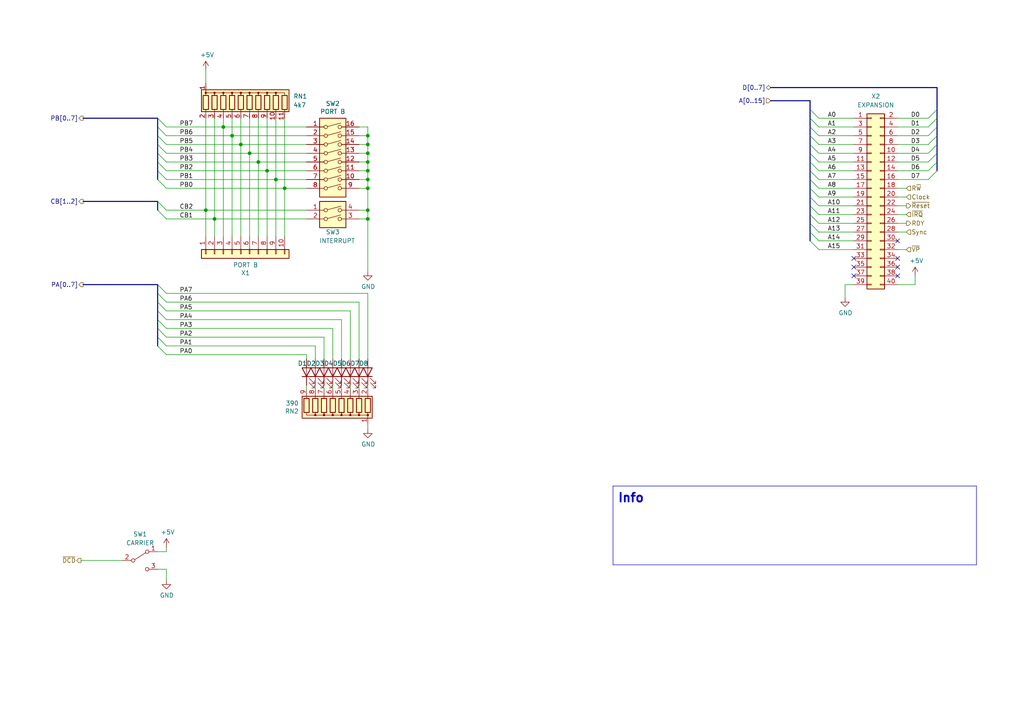
<source format=kicad_sch>
(kicad_sch (version 20231120) (generator "eeschema") (generator_version "8.0")
  (paper "A4")
  (title_block (title "I/O") (date "2024-10-06") (rev "1.0") (company "https://www.kampis-elektroecke.de") (comment 4 "Author: Ing. Daniel Kampert"))
  (lib_symbols
    (symbol "Connector_Generic:Conn_01x10" (pin_names (offset 1.016) hide)
      (property "Reference" "J" (at 0 12.7 0))
      (property "Value" "Conn_01x10" (at 0 -15.24 0))
      (symbol "Conn_01x10_1_1"
        (rectangle (start -1.27 -12.573) (end 0 -12.827) (stroke (width 0.1524)))
        (rectangle (start -1.27 -10.033) (end 0 -10.287) (stroke (width 0.1524)))
        (rectangle (start -1.27 -7.493) (end 0 -7.747) (stroke (width 0.1524)))
        (rectangle (start -1.27 -4.953) (end 0 -5.207) (stroke (width 0.1524)))
        (rectangle (start -1.27 -2.413) (end 0 -2.667) (stroke (width 0.1524)))
        (rectangle (start -1.27 0.127) (end 0 -0.127) (stroke (width 0.1524)))
        (rectangle (start -1.27 2.667) (end 0 2.413) (stroke (width 0.1524)))
        (rectangle (start -1.27 5.207) (end 0 4.953) (stroke (width 0.1524)))
        (rectangle (start -1.27 7.747) (end 0 7.493) (stroke (width 0.1524)))
        (rectangle (start -1.27 10.287) (end 0 10.033) (stroke (width 0.1524)))
        (rectangle (start -1.27 11.43) (end 1.27 -13.97) (stroke (width 0.254)) (fill (type background)))
        (pin passive line (at -5.08 10.16 0) (length 3.81) (name "Pin_1") (number "1"))
        (pin passive line (at -5.08 -12.7 0) (length 3.81) (name "Pin_10") (number "10"))
        (pin passive line (at -5.08 7.62 0) (length 3.81) (name "Pin_2") (number "2"))
        (pin passive line (at -5.08 5.08 0) (length 3.81) (name "Pin_3") (number "3"))
        (pin passive line (at -5.08 2.54 0) (length 3.81) (name "Pin_4") (number "4"))
        (pin passive line (at -5.08 0 0) (length 3.81) (name "Pin_5") (number "5"))
        (pin passive line (at -5.08 -2.54 0) (length 3.81) (name "Pin_6") (number "6"))
        (pin passive line (at -5.08 -5.08 0) (length 3.81) (name "Pin_7") (number "7"))
        (pin passive line (at -5.08 -7.62 0) (length 3.81) (name "Pin_8") (number "8"))
        (pin passive line (at -5.08 -10.16 0) (length 3.81) (name "Pin_9") (number "9"))
      )
    )
    (symbol "Connector_Generic:Conn_02x20_Odd_Even" (pin_names (offset 1.016) hide)
      (property "Reference" "J" (at 1.27 25.4 0))
      (property "Value" "Conn_02x20_Odd_Even" (at 1.27 -27.94 0))
      (symbol "Conn_02x20_Odd_Even_1_1"
        (rectangle (start -1.27 -25.273) (end 0 -25.527) (stroke (width 0.1524)))
        (rectangle (start -1.27 -22.733) (end 0 -22.987) (stroke (width 0.1524)))
        (rectangle (start -1.27 -20.193) (end 0 -20.447) (stroke (width 0.1524)))
        (rectangle (start -1.27 -17.653) (end 0 -17.907) (stroke (width 0.1524)))
        (rectangle (start -1.27 -15.113) (end 0 -15.367) (stroke (width 0.1524)))
        (rectangle (start -1.27 -12.573) (end 0 -12.827) (stroke (width 0.1524)))
        (rectangle (start -1.27 -10.033) (end 0 -10.287) (stroke (width 0.1524)))
        (rectangle (start -1.27 -7.493) (end 0 -7.747) (stroke (width 0.1524)))
        (rectangle (start -1.27 -4.953) (end 0 -5.207) (stroke (width 0.1524)))
        (rectangle (start -1.27 -2.413) (end 0 -2.667) (stroke (width 0.1524)))
        (rectangle (start -1.27 0.127) (end 0 -0.127) (stroke (width 0.1524)))
        (rectangle (start -1.27 2.667) (end 0 2.413) (stroke (width 0.1524)))
        (rectangle (start -1.27 5.207) (end 0 4.953) (stroke (width 0.1524)))
        (rectangle (start -1.27 7.747) (end 0 7.493) (stroke (width 0.1524)))
        (rectangle (start -1.27 10.287) (end 0 10.033) (stroke (width 0.1524)))
        (rectangle (start -1.27 12.827) (end 0 12.573) (stroke (width 0.1524)))
        (rectangle (start -1.27 15.367) (end 0 15.113) (stroke (width 0.1524)))
        (rectangle (start -1.27 17.907) (end 0 17.653) (stroke (width 0.1524)))
        (rectangle (start -1.27 20.447) (end 0 20.193) (stroke (width 0.1524)))
        (rectangle (start -1.27 22.987) (end 0 22.733) (stroke (width 0.1524)))
        (rectangle (start -1.27 24.13) (end 3.81 -26.67) (stroke (width 0.254)) (fill (type background)))
        (rectangle (start 3.81 -25.273) (end 2.54 -25.527) (stroke (width 0.1524)))
        (rectangle (start 3.81 -22.733) (end 2.54 -22.987) (stroke (width 0.1524)))
        (rectangle (start 3.81 -20.193) (end 2.54 -20.447) (stroke (width 0.1524)))
        (rectangle (start 3.81 -17.653) (end 2.54 -17.907) (stroke (width 0.1524)))
        (rectangle (start 3.81 -15.113) (end 2.54 -15.367) (stroke (width 0.1524)))
        (rectangle (start 3.81 -12.573) (end 2.54 -12.827) (stroke (width 0.1524)))
        (rectangle (start 3.81 -10.033) (end 2.54 -10.287) (stroke (width 0.1524)))
        (rectangle (start 3.81 -7.493) (end 2.54 -7.747) (stroke (width 0.1524)))
        (rectangle (start 3.81 -4.953) (end 2.54 -5.207) (stroke (width 0.1524)))
        (rectangle (start 3.81 -2.413) (end 2.54 -2.667) (stroke (width 0.1524)))
        (rectangle (start 3.81 0.127) (end 2.54 -0.127) (stroke (width 0.1524)))
        (rectangle (start 3.81 2.667) (end 2.54 2.413) (stroke (width 0.1524)))
        (rectangle (start 3.81 5.207) (end 2.54 4.953) (stroke (width 0.1524)))
        (rectangle (start 3.81 7.747) (end 2.54 7.493) (stroke (width 0.1524)))
        (rectangle (start 3.81 10.287) (end 2.54 10.033) (stroke (width 0.1524)))
        (rectangle (start 3.81 12.827) (end 2.54 12.573) (stroke (width 0.1524)))
        (rectangle (start 3.81 15.367) (end 2.54 15.113) (stroke (width 0.1524)))
        (rectangle (start 3.81 17.907) (end 2.54 17.653) (stroke (width 0.1524)))
        (rectangle (start 3.81 20.447) (end 2.54 20.193) (stroke (width 0.1524)))
        (rectangle (start 3.81 22.987) (end 2.54 22.733) (stroke (width 0.1524)))
        (pin passive line (at -5.08 22.86 0) (length 3.81) (name "Pin_1") (number "1"))
        (pin passive line (at 7.62 12.7 180) (length 3.81) (name "Pin_10") (number "10"))
        (pin passive line (at -5.08 10.16 0) (length 3.81) (name "Pin_11") (number "11"))
        (pin passive line (at 7.62 10.16 180) (length 3.81) (name "Pin_12") (number "12"))
        (pin passive line (at -5.08 7.62 0) (length 3.81) (name "Pin_13") (number "13"))
        (pin passive line (at 7.62 7.62 180) (length 3.81) (name "Pin_14") (number "14"))
        (pin passive line (at -5.08 5.08 0) (length 3.81) (name "Pin_15") (number "15"))
        (pin passive line (at 7.62 5.08 180) (length 3.81) (name "Pin_16") (number "16"))
        (pin passive line (at -5.08 2.54 0) (length 3.81) (name "Pin_17") (number "17"))
        (pin passive line (at 7.62 2.54 180) (length 3.81) (name "Pin_18") (number "18"))
        (pin passive line (at -5.08 0 0) (length 3.81) (name "Pin_19") (number "19"))
        (pin passive line (at 7.62 22.86 180) (length 3.81) (name "Pin_2") (number "2"))
        (pin passive line (at 7.62 0 180) (length 3.81) (name "Pin_20") (number "20"))
        (pin passive line (at -5.08 -2.54 0) (length 3.81) (name "Pin_21") (number "21"))
        (pin passive line (at 7.62 -2.54 180) (length 3.81) (name "Pin_22") (number "22"))
        (pin passive line (at -5.08 -5.08 0) (length 3.81) (name "Pin_23") (number "23"))
        (pin passive line (at 7.62 -5.08 180) (length 3.81) (name "Pin_24") (number "24"))
        (pin passive line (at -5.08 -7.62 0) (length 3.81) (name "Pin_25") (number "25"))
        (pin passive line (at 7.62 -7.62 180) (length 3.81) (name "Pin_26") (number "26"))
        (pin passive line (at -5.08 -10.16 0) (length 3.81) (name "Pin_27") (number "27"))
        (pin passive line (at 7.62 -10.16 180) (length 3.81) (name "Pin_28") (number "28"))
        (pin passive line (at -5.08 -12.7 0) (length 3.81) (name "Pin_29") (number "29"))
        (pin passive line (at -5.08 20.32 0) (length 3.81) (name "Pin_3") (number "3"))
        (pin passive line (at 7.62 -12.7 180) (length 3.81) (name "Pin_30") (number "30"))
        (pin passive line (at -5.08 -15.24 0) (length 3.81) (name "Pin_31") (number "31"))
        (pin passive line (at 7.62 -15.24 180) (length 3.81) (name "Pin_32") (number "32"))
        (pin passive line (at -5.08 -17.78 0) (length 3.81) (name "Pin_33") (number "33"))
        (pin passive line (at 7.62 -17.78 180) (length 3.81) (name "Pin_34") (number "34"))
        (pin passive line (at -5.08 -20.32 0) (length 3.81) (name "Pin_35") (number "35"))
        (pin passive line (at 7.62 -20.32 180) (length 3.81) (name "Pin_36") (number "36"))
        (pin passive line (at -5.08 -22.86 0) (length 3.81) (name "Pin_37") (number "37"))
        (pin passive line (at 7.62 -22.86 180) (length 3.81) (name "Pin_38") (number "38"))
        (pin passive line (at -5.08 -25.4 0) (length 3.81) (name "Pin_39") (number "39"))
        (pin passive line (at 7.62 20.32 180) (length 3.81) (name "Pin_4") (number "4"))
        (pin passive line (at 7.62 -25.4 180) (length 3.81) (name "Pin_40") (number "40"))
        (pin passive line (at -5.08 17.78 0) (length 3.81) (name "Pin_5") (number "5"))
        (pin passive line (at 7.62 17.78 180) (length 3.81) (name "Pin_6") (number "6"))
        (pin passive line (at -5.08 15.24 0) (length 3.81) (name "Pin_7") (number "7"))
        (pin passive line (at 7.62 15.24 180) (length 3.81) (name "Pin_8") (number "8"))
        (pin passive line (at -5.08 12.7 0) (length 3.81) (name "Pin_9") (number "9"))
      )
    )
    (symbol "Device:LED" (pin_numbers hide) (pin_names (offset 1.016) hide)
      (property "Reference" "D" (at 0 2.54 0))
      (property "Value" "LED" (at 0 -2.54 0))
      (symbol "LED_0_1"
        (polyline (pts (xy -1.27 -1.27) (xy -1.27 1.27)) (stroke (width 0.254)))
        (polyline (pts (xy -1.27 0) (xy 1.27 0)))
        (polyline (pts (xy 1.27 -1.27) (xy 1.27 1.27) (xy -1.27 0) (xy 1.27 -1.27)) (stroke (width 0.254)))
        (polyline (pts (xy -3.048 -0.762) (xy -4.572 -2.286) (xy -3.81 -2.286) (xy -4.572 -2.286) (xy -4.572 -1.524)))
        (polyline (pts (xy -1.778 -0.762) (xy -3.302 -2.286) (xy -2.54 -2.286) (xy -3.302 -2.286) (xy -3.302 -1.524)))
      )
      (symbol "LED_1_1"
        (pin passive line (at -3.81 0 0) (length 2.54) (name "K") (number "1"))
        (pin passive line (at 3.81 0 180) (length 2.54) (name "A") (number "2"))
      )
    )
    (symbol "Device:R_Network08" (pin_names (offset 0) hide)
      (property "Reference" "RN" (at -12.7 0 90))
      (property "Value" "R_Network08" (at 10.16 0 90))
      (symbol "R_Network08_0_1"
        (rectangle (start -11.43 -3.175) (end 8.89 3.175) (stroke (width 0.254)) (fill (type background)))
        (rectangle (start -10.922 1.524) (end -9.398 -2.54) (stroke (width 0.254)))
        (circle (center -10.16 2.286) (radius 0.254) (fill (type outline)))
        (rectangle (start -8.382 1.524) (end -6.858 -2.54) (stroke (width 0.254)))
        (circle (center -7.62 2.286) (radius 0.254) (fill (type outline)))
        (rectangle (start -5.842 1.524) (end -4.318 -2.54) (stroke (width 0.254)))
        (circle (center -5.08 2.286) (radius 0.254) (fill (type outline)))
        (rectangle (start -3.302 1.524) (end -1.778 -2.54) (stroke (width 0.254)))
        (circle (center -2.54 2.286) (radius 0.254) (fill (type outline)))
        (rectangle (start -0.762 1.524) (end 0.762 -2.54) (stroke (width 0.254)))
        (polyline (pts (xy -10.16 -2.54) (xy -10.16 -3.81)))
        (polyline (pts (xy -7.62 -2.54) (xy -7.62 -3.81)))
        (polyline (pts (xy -5.08 -2.54) (xy -5.08 -3.81)))
        (polyline (pts (xy -2.54 -2.54) (xy -2.54 -3.81)))
        (polyline (pts (xy 0 -2.54) (xy 0 -3.81)))
        (polyline (pts (xy 2.54 -2.54) (xy 2.54 -3.81)))
        (polyline (pts (xy 5.08 -2.54) (xy 5.08 -3.81)))
        (polyline (pts (xy 7.62 -2.54) (xy 7.62 -3.81)))
        (polyline (pts (xy -10.16 1.524) (xy -10.16 2.286) (xy -7.62 2.286) (xy -7.62 1.524)))
        (polyline (pts (xy -7.62 1.524) (xy -7.62 2.286) (xy -5.08 2.286) (xy -5.08 1.524)))
        (polyline (pts (xy -5.08 1.524) (xy -5.08 2.286) (xy -2.54 2.286) (xy -2.54 1.524)))
        (polyline (pts (xy -2.54 1.524) (xy -2.54 2.286) (xy 0 2.286) (xy 0 1.524)))
        (polyline (pts (xy 0 1.524) (xy 0 2.286) (xy 2.54 2.286) (xy 2.54 1.524)))
        (polyline (pts (xy 2.54 1.524) (xy 2.54 2.286) (xy 5.08 2.286) (xy 5.08 1.524)))
        (polyline (pts (xy 5.08 1.524) (xy 5.08 2.286) (xy 7.62 2.286) (xy 7.62 1.524)))
        (circle (center 0 2.286) (radius 0.254) (fill (type outline)))
        (rectangle (start 1.778 1.524) (end 3.302 -2.54) (stroke (width 0.254)))
        (circle (center 2.54 2.286) (radius 0.254) (fill (type outline)))
        (rectangle (start 4.318 1.524) (end 5.842 -2.54) (stroke (width 0.254)))
        (circle (center 5.08 2.286) (radius 0.254) (fill (type outline)))
        (rectangle (start 6.858 1.524) (end 8.382 -2.54) (stroke (width 0.254)))
      )
      (symbol "R_Network08_1_1"
        (pin passive line (at -10.16 5.08 270) (length 2.54) (name "common") (number "1"))
        (pin passive line (at -10.16 -5.08 90) (length 1.27) (name "R1") (number "2"))
        (pin passive line (at -7.62 -5.08 90) (length 1.27) (name "R2") (number "3"))
        (pin passive line (at -5.08 -5.08 90) (length 1.27) (name "R3") (number "4"))
        (pin passive line (at -2.54 -5.08 90) (length 1.27) (name "R4") (number "5"))
        (pin passive line (at 0 -5.08 90) (length 1.27) (name "R5") (number "6"))
        (pin passive line (at 2.54 -5.08 90) (length 1.27) (name "R6") (number "7"))
        (pin passive line (at 5.08 -5.08 90) (length 1.27) (name "R7") (number "8"))
        (pin passive line (at 7.62 -5.08 90) (length 1.27) (name "R8") (number "9"))
      )
    )
    (symbol "Device:R_Network10" (pin_names (offset 0) hide)
      (property "Reference" "RN" (at -15.24 0 90))
      (property "Value" "R_Network10" (at 12.7 0 90))
      (symbol "R_Network10_0_1"
        (rectangle (start -13.97 -3.175) (end 11.43 3.175) (stroke (width 0.254)) (fill (type background)))
        (rectangle (start -13.462 1.524) (end -11.938 -2.54) (stroke (width 0.254)))
        (circle (center -12.7 2.286) (radius 0.254) (fill (type outline)))
        (rectangle (start -10.922 1.524) (end -9.398 -2.54) (stroke (width 0.254)))
        (circle (center -10.16 2.286) (radius 0.254) (fill (type outline)))
        (rectangle (start -8.382 1.524) (end -6.858 -2.54) (stroke (width 0.254)))
        (circle (center -7.62 2.286) (radius 0.254) (fill (type outline)))
        (rectangle (start -5.842 1.524) (end -4.318 -2.54) (stroke (width 0.254)))
        (circle (center -5.08 2.286) (radius 0.254) (fill (type outline)))
        (rectangle (start -3.302 1.524) (end -1.778 -2.54) (stroke (width 0.254)))
        (circle (center -2.54 2.286) (radius 0.254) (fill (type outline)))
        (rectangle (start -0.762 1.524) (end 0.762 -2.54) (stroke (width 0.254)))
        (polyline (pts (xy -12.7 -2.54) (xy -12.7 -3.81)))
        (polyline (pts (xy -10.16 -2.54) (xy -10.16 -3.81)))
        (polyline (pts (xy -7.62 -2.54) (xy -7.62 -3.81)))
        (polyline (pts (xy -5.08 -2.54) (xy -5.08 -3.81)))
        (polyline (pts (xy -2.54 -2.54) (xy -2.54 -3.81)))
        (polyline (pts (xy 0 -2.54) (xy 0 -3.81)))
        (polyline (pts (xy 2.54 -2.54) (xy 2.54 -3.81)))
        (polyline (pts (xy 5.08 -2.54) (xy 5.08 -3.81)))
        (polyline (pts (xy 7.62 -2.54) (xy 7.62 -3.81)))
        (polyline (pts (xy 10.16 -2.54) (xy 10.16 -3.81)))
        (polyline (pts (xy -12.7 1.524) (xy -12.7 2.286) (xy -10.16 2.286) (xy -10.16 1.524)))
        (polyline (pts (xy -10.16 1.524) (xy -10.16 2.286) (xy -7.62 2.286) (xy -7.62 1.524)))
        (polyline (pts (xy -7.62 1.524) (xy -7.62 2.286) (xy -5.08 2.286) (xy -5.08 1.524)))
        (polyline (pts (xy -5.08 1.524) (xy -5.08 2.286) (xy -2.54 2.286) (xy -2.54 1.524)))
        (polyline (pts (xy -2.54 1.524) (xy -2.54 2.286) (xy 0 2.286) (xy 0 1.524)))
        (polyline (pts (xy 0 1.524) (xy 0 2.286) (xy 2.54 2.286) (xy 2.54 1.524)))
        (polyline (pts (xy 2.54 1.524) (xy 2.54 2.286) (xy 5.08 2.286) (xy 5.08 1.524)))
        (polyline (pts (xy 5.08 1.524) (xy 5.08 2.286) (xy 7.62 2.286) (xy 7.62 1.524)))
        (polyline (pts (xy 7.62 1.524) (xy 7.62 2.286) (xy 10.16 2.286) (xy 10.16 1.524)))
        (circle (center 0 2.286) (radius 0.254) (fill (type outline)))
        (rectangle (start 1.778 1.524) (end 3.302 -2.54) (stroke (width 0.254)))
        (circle (center 2.54 2.286) (radius 0.254) (fill (type outline)))
        (rectangle (start 4.318 1.524) (end 5.842 -2.54) (stroke (width 0.254)))
        (circle (center 5.08 2.286) (radius 0.254) (fill (type outline)))
        (rectangle (start 6.858 1.524) (end 8.382 -2.54) (stroke (width 0.254)))
        (circle (center 7.62 2.286) (radius 0.254) (fill (type outline)))
        (rectangle (start 9.398 1.524) (end 10.922 -2.54) (stroke (width 0.254)))
      )
      (symbol "R_Network10_1_1"
        (pin passive line (at -12.7 5.08 270) (length 2.54) (name "common") (number "1"))
        (pin passive line (at 7.62 -5.08 90) (length 1.27) (name "R9") (number "10"))
        (pin passive line (at 10.16 -5.08 90) (length 1.27) (name "R10") (number "11"))
        (pin passive line (at -12.7 -5.08 90) (length 1.27) (name "R1") (number "2"))
        (pin passive line (at -10.16 -5.08 90) (length 1.27) (name "R2") (number "3"))
        (pin passive line (at -7.62 -5.08 90) (length 1.27) (name "R3") (number "4"))
        (pin passive line (at -5.08 -5.08 90) (length 1.27) (name "R4") (number "5"))
        (pin passive line (at -2.54 -5.08 90) (length 1.27) (name "R5") (number "6"))
        (pin passive line (at 0 -5.08 90) (length 1.27) (name "R6") (number "7"))
        (pin passive line (at 2.54 -5.08 90) (length 1.27) (name "R7") (number "8"))
        (pin passive line (at 5.08 -5.08 90) (length 1.27) (name "R8") (number "9"))
      )
    )
    (symbol "Switch:SW_DIP_x02" (pin_names (offset 0) hide)
      (property "Reference" "SW" (at 0 6.35 0))
      (property "Value" "SW_DIP_x02" (at 0 -3.81 0))
      (symbol "SW_DIP_x02_0_0"
        (circle (center -2.032 0) (radius 0.508))
        (circle (center -2.032 2.54) (radius 0.508))
        (polyline (pts (xy -1.524 0.127) (xy 2.3622 1.1684)))
        (polyline (pts (xy -1.524 2.667) (xy 2.3622 3.7084)))
        (circle (center 2.032 0) (radius 0.508))
        (circle (center 2.032 2.54) (radius 0.508))
      )
      (symbol "SW_DIP_x02_0_1"
        (rectangle (start -3.81 5.08) (end 3.81 -2.54) (stroke (width 0.254)) (fill (type background)))
      )
      (symbol "SW_DIP_x02_1_1"
        (pin passive line (at -7.62 2.54 0) (length 5.08) (name "~") (number "1"))
        (pin passive line (at -7.62 0 0) (length 5.08) (name "~") (number "2"))
        (pin passive line (at 7.62 0 180) (length 5.08) (name "~") (number "3"))
        (pin passive line (at 7.62 2.54 180) (length 5.08) (name "~") (number "4"))
      )
    )
    (symbol "Switch:SW_DIP_x08" (pin_names (offset 0) hide)
      (property "Reference" "SW" (at 0 13.97 0))
      (property "Value" "SW_DIP_x08" (at 0 -11.43 0))
      (symbol "SW_DIP_x08_0_0"
        (circle (center -2.032 -7.62) (radius 0.508))
        (circle (center -2.032 -5.08) (radius 0.508))
        (circle (center -2.032 -2.54) (radius 0.508))
        (circle (center -2.032 0) (radius 0.508))
        (circle (center -2.032 2.54) (radius 0.508))
        (circle (center -2.032 5.08) (radius 0.508))
        (circle (center -2.032 7.62) (radius 0.508))
        (circle (center -2.032 10.16) (radius 0.508))
        (polyline (pts (xy -1.524 -7.4676) (xy 2.3622 -6.4262)))
        (polyline (pts (xy -1.524 -4.9276) (xy 2.3622 -3.8862)))
        (polyline (pts (xy -1.524 -2.3876) (xy 2.3622 -1.3462)))
        (polyline (pts (xy -1.524 0.127) (xy 2.3622 1.1684)))
        (polyline (pts (xy -1.524 2.667) (xy 2.3622 3.7084)))
        (polyline (pts (xy -1.524 5.207) (xy 2.3622 6.2484)))
        (polyline (pts (xy -1.524 7.747) (xy 2.3622 8.7884)))
        (polyline (pts (xy -1.524 10.287) (xy 2.3622 11.3284)))
        (circle (center 2.032 -7.62) (radius 0.508))
        (circle (center 2.032 -5.08) (radius 0.508))
        (circle (center 2.032 -2.54) (radius 0.508))
        (circle (center 2.032 0) (radius 0.508))
        (circle (center 2.032 2.54) (radius 0.508))
        (circle (center 2.032 5.08) (radius 0.508))
        (circle (center 2.032 7.62) (radius 0.508))
        (circle (center 2.032 10.16) (radius 0.508))
      )
      (symbol "SW_DIP_x08_0_1"
        (rectangle (start -3.81 12.7) (end 3.81 -10.16) (stroke (width 0.254)) (fill (type background)))
      )
      (symbol "SW_DIP_x08_1_1"
        (pin passive line (at -7.62 10.16 0) (length 5.08) (name "~") (number "1"))
        (pin passive line (at 7.62 -5.08 180) (length 5.08) (name "~") (number "10"))
        (pin passive line (at 7.62 -2.54 180) (length 5.08) (name "~") (number "11"))
        (pin passive line (at 7.62 0 180) (length 5.08) (name "~") (number "12"))
        (pin passive line (at 7.62 2.54 180) (length 5.08) (name "~") (number "13"))
        (pin passive line (at 7.62 5.08 180) (length 5.08) (name "~") (number "14"))
        (pin passive line (at 7.62 7.62 180) (length 5.08) (name "~") (number "15"))
        (pin passive line (at 7.62 10.16 180) (length 5.08) (name "~") (number "16"))
        (pin passive line (at -7.62 7.62 0) (length 5.08) (name "~") (number "2"))
        (pin passive line (at -7.62 5.08 0) (length 5.08) (name "~") (number "3"))
        (pin passive line (at -7.62 2.54 0) (length 5.08) (name "~") (number "4"))
        (pin passive line (at -7.62 0 0) (length 5.08) (name "~") (number "5"))
        (pin passive line (at -7.62 -2.54 0) (length 5.08) (name "~") (number "6"))
        (pin passive line (at -7.62 -5.08 0) (length 5.08) (name "~") (number "7"))
        (pin passive line (at -7.62 -7.62 0) (length 5.08) (name "~") (number "8"))
        (pin passive line (at 7.62 -7.62 180) (length 5.08) (name "~") (number "9"))
      )
    )
    (symbol "Switch:SW_SPDT" (pin_names (offset 0) hide)
      (property "Reference" "SW" (at 0 4.318 0))
      (property "Value" "SW_SPDT" (at 0 -5.08 0))
      (symbol "SW_SPDT_0_0"
        (circle (center -2.032 0) (radius 0.508))
        (circle (center 2.032 -2.54) (radius 0.508))
      )
      (symbol "SW_SPDT_0_1"
        (polyline (pts (xy -1.524 0.254) (xy 1.651 2.286)))
        (circle (center 2.032 2.54) (radius 0.508))
      )
      (symbol "SW_SPDT_1_1"
        (pin passive line (at 5.08 2.54 180) (length 2.54) (name "A") (number "1"))
        (pin passive line (at -5.08 0 0) (length 2.54) (name "B") (number "2"))
        (pin passive line (at 5.08 -2.54 180) (length 2.54) (name "C") (number "3"))
      )
    )
    (symbol "power:+5V" (power) (pin_names (offset 0))
      (property "Value" "+5V" (at 0 3.556 0))
      (symbol "+5V_0_1"
        (polyline (pts (xy -0.762 1.27) (xy 0 2.54)))
        (polyline (pts (xy 0 0) (xy 0 2.54)))
        (polyline (pts (xy 0 2.54) (xy 0.762 1.27)))
      )
      (symbol "+5V_1_1"
        (pin power_in line (at 0 0 90) (length 0) hide (name "+5V") (number "1"))
      )
    )
    (symbol "power:GND" (power) (pin_names (offset 0))
      (property "Value" "GND" (at 0 -3.81 0))
      (symbol "GND_0_1"
        (polyline (pts (xy 0 0) (xy 0 -1.27) (xy 1.27 -1.27) (xy 0 -2.54) (xy -1.27 -1.27) (xy 0 -1.27)))
      )
      (symbol "GND_1_1"
        (pin power_in line (at 0 0 270) (length 0) hide (name "GND") (number "1"))
      )
    )
  )
  (junction (at 106.68 60.96))
  (junction (at 67.31 39.37))
  (junction (at 106.68 52.07))
  (junction (at 59.69 60.96))
  (junction (at 77.47 49.53))
  (junction (at 82.55 54.61))
  (junction (at 106.68 44.45))
  (junction (at 64.77 36.83))
  (junction (at 106.68 54.61))
  (junction (at 106.68 41.91))
  (junction (at 72.39 44.45))
  (junction (at 62.23 63.5))
  (junction (at 106.68 49.53))
  (junction (at 106.68 39.37))
  (junction (at 106.68 46.99))
  (junction (at 69.85 41.91))
  (junction (at 74.93 46.99))
  (junction (at 106.68 63.5))
  (junction (at 80.01 52.07))
  (no_connect (at 247.65 74.93))
  (no_connect (at 260.35 74.93))
  (no_connect (at 260.35 69.85))
  (no_connect (at 260.35 80.01))
  (no_connect (at 247.65 77.47))
  (no_connect (at 247.65 80.01))
  (no_connect (at 260.35 77.47))
  (bus_entry (at 271.78 36.83) (size -2.54 2.54))
  (bus_entry (at 48.26 102.87) (size -2.54 -2.54))
  (bus_entry (at 48.26 36.83) (size -2.54 -2.54))
  (bus_entry (at 237.49 69.85) (size -2.54 -2.54))
  (bus_entry (at 271.78 44.45) (size -2.54 2.54))
  (bus_entry (at 237.49 49.53) (size -2.54 -2.54))
  (bus_entry (at 48.26 90.17) (size -2.54 -2.54))
  (bus_entry (at 237.49 52.07) (size -2.54 -2.54))
  (bus_entry (at 271.78 46.99) (size -2.54 2.54))
  (bus_entry (at 237.49 34.29) (size -2.54 -2.54))
  (bus_entry (at 237.49 59.69) (size -2.54 -2.54))
  (bus_entry (at 237.49 54.61) (size -2.54 -2.54))
  (bus_entry (at 237.49 57.15) (size -2.54 -2.54))
  (bus_entry (at 234.95 64.77) (size 2.54 2.54))
  (bus_entry (at 237.49 64.77) (size -2.54 -2.54))
  (bus_entry (at 237.49 44.45) (size -2.54 -2.54))
  (bus_entry (at 48.26 46.99) (size -2.54 -2.54))
  (bus_entry (at 271.78 49.53) (size -2.54 2.54))
  (bus_entry (at 237.49 36.83) (size -2.54 -2.54))
  (bus_entry (at 237.49 72.39) (size -2.54 -2.54))
  (bus_entry (at 237.49 41.91) (size -2.54 -2.54))
  (bus_entry (at 48.26 49.53) (size -2.54 -2.54))
  (bus_entry (at 48.26 97.79) (size -2.54 -2.54))
  (bus_entry (at 234.95 59.69) (size 2.54 2.54))
  (bus_entry (at 271.78 31.75) (size -2.54 2.54))
  (bus_entry (at 48.26 85.09) (size -2.54 -2.54))
  (bus_entry (at 237.49 39.37) (size -2.54 -2.54))
  (bus_entry (at 48.26 39.37) (size -2.54 -2.54))
  (bus_entry (at 48.26 92.71) (size -2.54 -2.54))
  (bus_entry (at 237.49 46.99) (size -2.54 -2.54))
  (bus_entry (at 48.26 52.07) (size -2.54 -2.54))
  (bus_entry (at 271.78 39.37) (size -2.54 2.54))
  (bus_entry (at 48.26 87.63) (size -2.54 -2.54))
  (bus_entry (at 48.26 41.91) (size -2.54 -2.54))
  (bus_entry (at 48.26 44.45) (size -2.54 -2.54))
  (bus_entry (at 48.26 60.96) (size -2.54 -2.54))
  (bus_entry (at 48.26 95.25) (size -2.54 -2.54))
  (bus_entry (at 48.26 54.61) (size -2.54 -2.54))
  (bus_entry (at 271.78 34.29) (size -2.54 2.54))
  (bus_entry (at 45.72 60.96) (size 2.54 2.54))
  (bus_entry (at 271.78 41.91) (size -2.54 2.54))
  (bus_entry (at 48.26 100.33) (size -2.54 -2.54))
  (wire (pts (xy 96.52 113.03) (xy 96.52 111.76)))
  (bus (pts (xy 234.95 39.37) (xy 234.95 41.91)))
  (wire (pts (xy 262.89 59.69) (xy 260.35 59.69)))
  (wire (pts (xy 48.26 39.37) (xy 67.31 39.37)))
  (wire (pts (xy 106.68 36.83) (xy 106.68 39.37)))
  (wire (pts (xy 260.35 41.91) (xy 269.24 41.91)))
  (wire (pts (xy 91.44 104.14) (xy 91.44 100.33)))
  (bus (pts (xy 234.95 34.29) (xy 234.95 36.83)))
  (wire (pts (xy 69.85 34.29) (xy 69.85 41.91)))
  (bus (pts (xy 45.72 58.42) (xy 24.13 58.42)))
  (wire (pts (xy 35.56 162.56) (xy 23.495 162.56)))
  (wire (pts (xy 48.26 100.33) (xy 91.44 100.33)))
  (wire (pts (xy 48.26 44.45) (xy 72.39 44.45)))
  (wire (pts (xy 48.26 60.96) (xy 59.69 60.96)))
  (wire (pts (xy 48.26 49.53) (xy 77.47 49.53)))
  (bus (pts (xy 271.78 41.91) (xy 271.78 44.45)))
  (bus (pts (xy 45.72 87.63) (xy 45.72 90.17)))
  (wire (pts (xy 80.01 52.07) (xy 88.9 52.07)))
  (wire (pts (xy 69.85 41.91) (xy 88.9 41.91)))
  (bus (pts (xy 45.72 85.09) (xy 45.72 87.63)))
  (wire (pts (xy 48.26 54.61) (xy 82.55 54.61)))
  (wire (pts (xy 247.65 82.55) (xy 245.11 82.55)))
  (bus (pts (xy 45.72 46.99) (xy 45.72 49.53)))
  (wire (pts (xy 237.49 44.45) (xy 247.65 44.45)))
  (wire (pts (xy 45.72 160.02) (xy 48.26 160.02)))
  (wire (pts (xy 91.44 113.03) (xy 91.44 111.76)))
  (wire (pts (xy 260.35 34.29) (xy 269.24 34.29)))
  (wire (pts (xy 59.69 60.96) (xy 88.9 60.96)))
  (wire (pts (xy 260.35 44.45) (xy 269.24 44.45)))
  (wire (pts (xy 265.43 80.01) (xy 265.43 82.55)))
  (wire (pts (xy 245.11 86.36) (xy 245.11 82.55)))
  (wire (pts (xy 104.14 60.96) (xy 106.68 60.96)))
  (bus (pts (xy 45.72 95.25) (xy 45.72 97.79)))
  (wire (pts (xy 62.23 63.5) (xy 62.23 68.58)))
  (wire (pts (xy 106.68 78.74) (xy 106.68 63.5)))
  (wire (pts (xy 59.69 20.32) (xy 59.69 24.13)))
  (polyline (pts (xy 177.8 140.97) (xy 177.8 163.83)))
  (bus (pts (xy 223.52 25.4) (xy 271.78 25.4)))
  (wire (pts (xy 106.68 113.03) (xy 106.68 111.76)))
  (wire (pts (xy 48.26 46.99) (xy 74.93 46.99)))
  (wire (pts (xy 260.35 36.83) (xy 269.24 36.83)))
  (wire (pts (xy 62.23 34.29) (xy 62.23 63.5)))
  (bus (pts (xy 271.78 44.45) (xy 271.78 46.99)))
  (wire (pts (xy 237.49 62.23) (xy 247.65 62.23)))
  (bus (pts (xy 234.95 31.75) (xy 234.95 34.29)))
  (wire (pts (xy 104.14 46.99) (xy 106.68 46.99)))
  (bus (pts (xy 45.72 39.37) (xy 45.72 41.91)))
  (wire (pts (xy 82.55 34.29) (xy 82.55 54.61)))
  (wire (pts (xy 82.55 54.61) (xy 82.55 68.58)))
  (wire (pts (xy 64.77 36.83) (xy 88.9 36.83)))
  (bus (pts (xy 45.72 82.55) (xy 45.72 85.09)))
  (wire (pts (xy 237.49 57.15) (xy 247.65 57.15)))
  (bus (pts (xy 271.78 39.37) (xy 271.78 41.91)))
  (wire (pts (xy 82.55 54.61) (xy 88.9 54.61)))
  (wire (pts (xy 101.6 113.03) (xy 101.6 111.76)))
  (wire (pts (xy 104.14 44.45) (xy 106.68 44.45)))
  (bus (pts (xy 45.72 44.45) (xy 45.72 46.99)))
  (wire (pts (xy 106.68 52.07) (xy 106.68 49.53)))
  (wire (pts (xy 67.31 34.29) (xy 67.31 39.37)))
  (wire (pts (xy 74.93 34.29) (xy 74.93 46.99)))
  (wire (pts (xy 260.35 82.55) (xy 265.43 82.55)))
  (wire (pts (xy 67.31 39.37) (xy 67.31 68.58)))
  (wire (pts (xy 237.49 52.07) (xy 247.65 52.07)))
  (wire (pts (xy 260.35 39.37) (xy 269.24 39.37)))
  (wire (pts (xy 262.89 72.39) (xy 260.35 72.39)))
  (wire (pts (xy 64.77 34.29) (xy 64.77 36.83)))
  (wire (pts (xy 48.26 160.02) (xy 48.26 158.75)))
  (wire (pts (xy 106.68 44.45) (xy 106.68 41.91)))
  (wire (pts (xy 104.14 41.91) (xy 106.68 41.91)))
  (wire (pts (xy 237.49 41.91) (xy 247.65 41.91)))
  (wire (pts (xy 48.26 85.09) (xy 106.68 85.09)))
  (wire (pts (xy 237.49 39.37) (xy 247.65 39.37)))
  (wire (pts (xy 104.14 54.61) (xy 106.68 54.61)))
  (wire (pts (xy 104.14 52.07) (xy 106.68 52.07)))
  (wire (pts (xy 237.49 59.69) (xy 247.65 59.69)))
  (bus (pts (xy 234.95 62.23) (xy 234.95 64.77)))
  (bus (pts (xy 234.95 46.99) (xy 234.95 49.53)))
  (wire (pts (xy 74.93 46.99) (xy 88.9 46.99)))
  (wire (pts (xy 48.26 90.17) (xy 101.6 90.17)))
  (bus (pts (xy 45.72 41.91) (xy 45.72 44.45)))
  (wire (pts (xy 48.26 102.87) (xy 88.9 102.87)))
  (bus (pts (xy 271.78 25.4) (xy 271.78 31.75)))
  (wire (pts (xy 59.69 34.29) (xy 59.69 60.96)))
  (wire (pts (xy 59.69 68.58) (xy 59.69 60.96)))
  (wire (pts (xy 69.85 68.58) (xy 69.85 41.91)))
  (wire (pts (xy 80.01 34.29) (xy 80.01 52.07)))
  (wire (pts (xy 77.47 49.53) (xy 77.47 34.29)))
  (wire (pts (xy 93.98 104.14) (xy 93.98 97.79)))
  (wire (pts (xy 106.68 39.37) (xy 104.14 39.37)))
  (wire (pts (xy 104.14 63.5) (xy 106.68 63.5)))
  (bus (pts (xy 45.72 97.79) (xy 45.72 100.33)))
  (bus (pts (xy 234.95 54.61) (xy 234.95 57.15)))
  (wire (pts (xy 96.52 104.14) (xy 96.52 95.25)))
  (wire (pts (xy 106.68 54.61) (xy 106.68 52.07)))
  (wire (pts (xy 237.49 54.61) (xy 247.65 54.61)))
  (bus (pts (xy 45.72 36.83) (xy 45.72 39.37)))
  (wire (pts (xy 48.26 87.63) (xy 104.14 87.63)))
  (wire (pts (xy 48.26 41.91) (xy 69.85 41.91)))
  (bus (pts (xy 24.13 82.55) (xy 45.72 82.55)))
  (wire (pts (xy 237.49 64.77) (xy 247.65 64.77)))
  (wire (pts (xy 45.72 165.1) (xy 48.26 165.1)))
  (polyline (pts (xy 283.21 140.97) (xy 177.8 140.97)))
  (bus (pts (xy 234.95 67.31) (xy 234.95 69.85)))
  (wire (pts (xy 106.68 60.96) (xy 106.68 54.61)))
  (wire (pts (xy 260.35 46.99) (xy 269.24 46.99)))
  (wire (pts (xy 104.14 36.83) (xy 106.68 36.83)))
  (wire (pts (xy 262.89 57.15) (xy 260.35 57.15)))
  (wire (pts (xy 104.14 113.03) (xy 104.14 111.76)))
  (wire (pts (xy 80.01 52.07) (xy 80.01 68.58)))
  (bus (pts (xy 271.78 31.75) (xy 271.78 34.29)))
  (bus (pts (xy 45.72 49.53) (xy 45.72 52.07)))
  (wire (pts (xy 48.26 92.71) (xy 99.06 92.71)))
  (wire (pts (xy 237.49 49.53) (xy 247.65 49.53)))
  (bus (pts (xy 234.95 49.53) (xy 234.95 52.07)))
  (wire (pts (xy 48.26 95.25) (xy 96.52 95.25)))
  (polyline (pts (xy 283.21 163.83) (xy 283.21 140.97)))
  (bus (pts (xy 234.95 44.45) (xy 234.95 46.99)))
  (wire (pts (xy 106.68 49.53) (xy 106.68 46.99)))
  (wire (pts (xy 88.9 102.87) (xy 88.9 104.14)))
  (bus (pts (xy 234.95 59.69) (xy 234.95 62.23)))
  (bus (pts (xy 234.95 36.83) (xy 234.95 39.37)))
  (wire (pts (xy 237.49 67.31) (xy 247.65 67.31)))
  (bus (pts (xy 45.72 34.29) (xy 45.72 36.83)))
  (bus (pts (xy 234.95 29.21) (xy 234.95 31.75)))
  (wire (pts (xy 48.26 52.07) (xy 80.01 52.07)))
  (wire (pts (xy 104.14 49.53) (xy 106.68 49.53)))
  (wire (pts (xy 106.68 46.99) (xy 106.68 44.45)))
  (wire (pts (xy 48.26 165.1) (xy 48.26 168.275)))
  (wire (pts (xy 260.35 52.07) (xy 269.24 52.07)))
  (wire (pts (xy 48.26 97.79) (xy 93.98 97.79)))
  (wire (pts (xy 88.9 113.03) (xy 88.9 111.76)))
  (wire (pts (xy 64.77 36.83) (xy 64.77 68.58)))
  (wire (pts (xy 72.39 34.29) (xy 72.39 44.45)))
  (wire (pts (xy 237.49 69.85) (xy 247.65 69.85)))
  (wire (pts (xy 93.98 113.03) (xy 93.98 111.76)))
  (wire (pts (xy 62.23 63.5) (xy 88.9 63.5)))
  (polyline (pts (xy 177.8 163.83) (xy 283.21 163.83)))
  (wire (pts (xy 237.49 36.83) (xy 247.65 36.83)))
  (wire (pts (xy 72.39 44.45) (xy 72.39 68.58)))
  (wire (pts (xy 99.06 104.14) (xy 99.06 92.71)))
  (wire (pts (xy 101.6 104.14) (xy 101.6 90.17)))
  (wire (pts (xy 106.68 63.5) (xy 106.68 60.96)))
  (wire (pts (xy 262.89 62.23) (xy 260.35 62.23)))
  (bus (pts (xy 234.95 52.07) (xy 234.95 54.61)))
  (wire (pts (xy 48.26 36.83) (xy 64.77 36.83)))
  (wire (pts (xy 262.89 64.77) (xy 260.35 64.77)))
  (bus (pts (xy 45.72 58.42) (xy 45.72 60.96)))
  (wire (pts (xy 106.68 85.09) (xy 106.68 104.14)))
  (bus (pts (xy 271.78 46.99) (xy 271.78 49.53)))
  (wire (pts (xy 237.49 46.99) (xy 247.65 46.99)))
  (wire (pts (xy 106.68 123.19) (xy 106.68 124.46)))
  (wire (pts (xy 262.89 67.31) (xy 260.35 67.31)))
  (bus (pts (xy 234.95 57.15) (xy 234.95 59.69)))
  (wire (pts (xy 67.31 39.37) (xy 88.9 39.37)))
  (wire (pts (xy 237.49 34.29) (xy 247.65 34.29)))
  (wire (pts (xy 48.26 63.5) (xy 62.23 63.5)))
  (wire (pts (xy 77.47 49.53) (xy 88.9 49.53)))
  (wire (pts (xy 99.06 113.03) (xy 99.06 111.76)))
  (wire (pts (xy 77.47 49.53) (xy 77.47 68.58)))
  (wire (pts (xy 104.14 87.63) (xy 104.14 104.14)))
  (wire (pts (xy 237.49 72.39) (xy 247.65 72.39)))
  (bus (pts (xy 234.95 41.91) (xy 234.95 44.45)))
  (bus (pts (xy 45.72 92.71) (xy 45.72 95.25)))
  (wire (pts (xy 106.68 41.91) (xy 106.68 39.37)))
  (wire (pts (xy 72.39 44.45) (xy 88.9 44.45)))
  (bus (pts (xy 24.13 34.29) (xy 45.72 34.29)))
  (wire (pts (xy 262.89 54.61) (xy 260.35 54.61)))
  (bus (pts (xy 234.95 64.77) (xy 234.95 67.31)))
  (wire (pts (xy 74.93 46.99) (xy 74.93 68.58)))
  (bus (pts (xy 271.78 34.29) (xy 271.78 36.83)))
  (wire (pts (xy 260.35 49.53) (xy 269.24 49.53)))
  (bus (pts (xy 271.78 36.83) (xy 271.78 39.37)))
  (bus (pts (xy 45.72 90.17) (xy 45.72 92.71)))
  (bus (pts (xy 234.95 29.21) (xy 223.52 29.21)))
  (text "Info" (at 179.07 146.05 0) (effects (font (size 2.54 2.54) (thickness 0.508) (bold yes)) (justify left bottom)))
  (label "D2" (at 264.16 39.37 0))
  (label "A7" (at 240.03 52.07 0))
  (label "PB7" (at 52.07 36.83 0))
  (label "A14" (at 240.03 69.85 0))
  (label "PA0" (at 52.07 102.87 0))
  (label "D1" (at 264.16 36.83 0))
  (label "CB2" (at 52.07 60.96 0))
  (label "A13" (at 240.03 67.31 0))
  (label "PA5" (at 52.07 90.17 0))
  (label "PB0" (at 52.07 54.61 0))
  (label "A12" (at 240.03 64.77 0))
  (label "A5" (at 240.03 46.99 0))
  (label "D7" (at 264.16 52.07 0))
  (label "D5" (at 264.16 46.99 0))
  (label "PB6" (at 52.07 39.37 0))
  (label "PA2" (at 52.07 97.79 0))
  (label "PB2" (at 52.07 49.53 0))
  (label "PB5" (at 52.07 41.91 0))
  (label "PB1" (at 52.07 52.07 0))
  (label "A9" (at 240.03 57.15 0))
  (label "A8" (at 240.03 54.61 0))
  (label "A11" (at 240.03 62.23 0))
  (label "PB4" (at 52.07 44.45 0))
  (label "A4" (at 240.03 44.45 0))
  (label "PA7" (at 52.07 85.09 0))
  (label "PA3" (at 52.07 95.25 0))
  (label "D3" (at 264.16 41.91 0))
  (label "A3" (at 240.03 41.91 0))
  (label "PA6" (at 52.07 87.63 0))
  (label "A0" (at 240.03 34.29 0))
  (label "A6" (at 240.03 49.53 0))
  (label "PA1" (at 52.07 100.33 0))
  (label "PB3" (at 52.07 46.99 0))
  (label "A10" (at 240.03 59.69 0))
  (label "PA4" (at 52.07 92.71 0))
  (label "D4" (at 264.16 44.45 0))
  (label "D0" (at 264.16 34.29 0))
  (label "A2" (at 240.03 39.37 0))
  (label "CB1" (at 52.07 63.5 0))
  (label "A1" (at 240.03 36.83 0))
  (label "D6" (at 264.16 49.53 0))
  (label "A15" (at 240.03 72.39 0))
  (hierarchical_label "PB[0..7]" (shape output) (at 24.13 34.29 180))
  (hierarchical_label "D[0..7]" (shape bidirectional) (at 223.52 25.4 180))
  (hierarchical_label "R~{W}" (shape input) (at 262.89 54.61 0))
  (hierarchical_label "RDY" (shape output) (at 262.89 64.77 0))
  (hierarchical_label "~{VP}" (shape input) (at 262.89 72.39 0))
  (hierarchical_label "PA[0..7]" (shape output) (at 24.13 82.55 180))
  (hierarchical_label "A[0..15]" (shape input) (at 223.52 29.21 180))
  (hierarchical_label "~{Reset}" (shape output) (at 262.89 59.69 0))
  (hierarchical_label "CB[1..2]" (shape output) (at 24.13 58.42 180))
  (hierarchical_label "Clock" (shape input) (at 262.89 57.15 0))
  (hierarchical_label "~{IRQ}" (shape input) (at 262.89 62.23 0))
  (hierarchical_label "~{DCD}" (shape output) (at 23.495 162.56 180))
  (hierarchical_label "Sync" (shape input) (at 262.89 67.31 0))
  (symbol (lib_id "Connector_Generic:Conn_02x20_Odd_Even") (at 252.73 57.15 0) (unit 1)
    (property "Reference" "X2" (at 254 27.94 0))
    (property "Value" "EXPANSION" (at 254 30.48 0))
    (property "Footprint" "Connector_PinHeader_2.54mm:PinHeader_2x20_P2.54mm_Horizontal" (effects (hide yes)))
    (property "Datasheet" "https://www.te.com/commerce/DocumentDelivery/DDEController?Action=srchrtrv&DocNm=103328&DocType=Customer+Drawing&DocLang=English&PartCntxt=4-103328-5&DocFormat=pdf" (effects (hide yes)))
    (property "Mfr." "TE Connectivity / AMP" (effects (hide yes)))
    (property "Mfr. No." "4-103328-5" (effects (hide yes)))
    (property "Mouser" "571-4-103328-5" (effects (hide yes)))
    (property "Distributor" "Mouser" (effects (hide yes)))
    (property "Order Number" "571-4-103328-5" (effects (hide yes)))
  )
  (symbol (lib_id "power:GND") (at 245.11 86.36 0) (unit 1)
    (property "Reference" "#PWR06" (effects (hide yes)))
    (property "Value" "GND" (at 245.237 90.7542 0))
  )
  (symbol (lib_id "power:+5V") (at 265.43 80.01 0) (unit 1)
    (property "Reference" "#PWR07" (effects (hide yes)))
    (property "Value" "+5V" (at 265.811 75.6158 0))
  )
  (symbol (lib_id "power:GND") (at 106.68 124.46 0) (unit 1)
    (property "Reference" "#PWR05" (effects (hide yes)))
    (property "Value" "GND" (at 106.807 128.8542 0))
  )
  (symbol (lib_id "power:+5V") (at 48.26 158.75 0) (unit 1)
    (property "Reference" "#PWR01" (effects (hide yes)))
    (property "Value" "+5V" (at 48.641 154.3558 0))
  )
  (symbol (lib_id "power:GND") (at 48.26 168.275 0) (unit 1)
    (property "Reference" "#PWR02" (effects (hide yes)))
    (property "Value" "GND" (at 48.387 172.6692 0))
  )
  (symbol (lib_id "Switch:SW_SPDT") (at 40.64 162.56 0) (unit 1)
    (property "Reference" "SW1" (at 40.64 154.94 0))
    (property "Value" "CARRIER" (at 40.64 157.48 0))
    (property "Footprint" "Button_Switch_THT:SW_E-Switch_EG1224_SPDT_Angled" (effects (hide yes)))
    (property "Datasheet" "https://www.mouser.de/datasheet/2/140/EG-345873.pdf" (effects (hide yes)))
    (property "Mfr." "E-Switch" (effects (hide yes)))
    (property "Mfr. No." "EG1224" (effects (hide yes)))
    (property "Mouser" "612-EG1224" (effects (hide yes)))
    (property "Distributor" "Mouser" (effects (hide yes)))
    (property "Order Number" "612-EG1224" (effects (hide yes)))
  )
  (symbol (lib_id "Connector_Generic:Conn_01x10") (at 69.85 73.66 90) (mirror x) (unit 1)
    (property "Reference" "X1" (at 71.2216 79.1718 90))
    (property "Value" "PORT B" (at 71.2216 76.8604 90))
    (property "Footprint" "Connector_PinHeader_2.54mm:PinHeader_1x10_P2.54mm_Vertical" (effects (hide yes)))
    (property "Datasheet" "https://www.te.com/commerce/DocumentDelivery/DDEController?Action=srchrtrv&DocNm=825433&DocType=Customer+Drawing&DocLang=English&PartCntxt=1-825433-0&DocFormat=pdf" (effects (hide yes)))
    (property "Mfr." "TE Connectivity / AMP" (effects (hide yes)))
    (property "Mfr. No." "1-825433-0" (effects (hide yes)))
    (property "Mouser" "571-1-825433-0" (effects (hide yes)))
    (property "Distributor" "Mouser" (effects (hide yes)))
    (property "Order Number" "571-1-825433-0" (effects (hide yes)))
  )
  (symbol (lib_id "power:GND") (at 106.68 78.74 0) (unit 1)
    (property "Reference" "#PWR04" (effects (hide yes)))
    (property "Value" "GND" (at 106.807 83.1342 0))
  )
  (symbol (lib_id "Device:LED") (at 106.68 107.95 90) (unit 1)
    (property "Reference" "D8" (at 104.14 105.41 90) (effects (justify right)))
    (property "Value" "LED7" (effects (hide yes)))
    (property "Footprint" "LED_THT:LED_D5.0mm" (effects (hide yes)))
    (property "Datasheet" "https://www.mouser.de/datasheet/2/90/C503B_RAS_RAN_AAS_AAN_RBS_RBN_ABS_ABN_RCS_RCN_ACS_-269115.pdf" (effects (hide yes)))
    (property "Mfr." "Cree Inc." (effects (hide yes)))
    (property "Mfr. No." "C503B-RAN-CZ0C0AA1" (effects (hide yes)))
    (property "Mouser" "941-C503BRANCZ0C0AA1" (effects (hide yes)))
    (property "Distributor" "Mouser" (effects (hide yes)))
    (property "Order Number" "941-C503BRANCZ0C0AA1" (effects (hide yes)))
  )
  (symbol (lib_id "Device:LED") (at 104.14 107.95 90) (unit 1)
    (property "Reference" "D7" (at 101.6 105.41 90) (effects (justify right)))
    (property "Value" "LED6" (effects (hide yes)))
    (property "Footprint" "LED_THT:LED_D5.0mm" (effects (hide yes)))
    (property "Datasheet" "https://www.mouser.de/datasheet/2/90/C503B_RAS_RAN_AAS_AAN_RBS_RBN_ABS_ABN_RCS_RCN_ACS_-269115.pdf" (effects (hide yes)))
    (property "Mfr." "Cree Inc." (effects (hide yes)))
    (property "Mfr. No." "C503B-RAN-CZ0C0AA1" (effects (hide yes)))
    (property "Mouser" "941-C503BRANCZ0C0AA1" (effects (hide yes)))
    (property "Distributor" "Mouser" (effects (hide yes)))
    (property "Order Number" "941-C503BRANCZ0C0AA1" (effects (hide yes)))
  )
  (symbol (lib_id "Device:LED") (at 101.6 107.95 90) (unit 1)
    (property "Reference" "D6" (at 99.06 105.41 90) (effects (justify right)))
    (property "Value" "LED5" (effects (hide yes)))
    (property "Footprint" "LED_THT:LED_D5.0mm" (effects (hide yes)))
    (property "Datasheet" "https://www.mouser.de/datasheet/2/90/C503B_RAS_RAN_AAS_AAN_RBS_RBN_ABS_ABN_RCS_RCN_ACS_-269115.pdf" (effects (hide yes)))
    (property "Mfr." "Cree Inc." (effects (hide yes)))
    (property "Mfr. No." "C503B-RAN-CZ0C0AA1" (effects (hide yes)))
    (property "Mouser" "941-C503BRANCZ0C0AA1" (effects (hide yes)))
    (property "Distributor" "Mouser" (effects (hide yes)))
    (property "Order Number" "941-C503BRANCZ0C0AA1" (effects (hide yes)))
  )
  (symbol (lib_id "Device:LED") (at 99.06 107.95 90) (unit 1)
    (property "Reference" "D5" (at 96.52 105.41 90) (effects (justify right)))
    (property "Value" "LED4" (effects (hide yes)))
    (property "Footprint" "LED_THT:LED_D5.0mm" (effects (hide yes)))
    (property "Datasheet" "https://www.mouser.de/datasheet/2/90/C503B_RAS_RAN_AAS_AAN_RBS_RBN_ABS_ABN_RCS_RCN_ACS_-269115.pdf" (effects (hide yes)))
    (property "Mfr." "Cree Inc." (effects (hide yes)))
    (property "Mfr. No." "C503B-RAN-CZ0C0AA1" (effects (hide yes)))
    (property "Mouser" "941-C503BRANCZ0C0AA1" (effects (hide yes)))
    (property "Distributor" "Mouser" (effects (hide yes)))
    (property "Order Number" "941-C503BRANCZ0C0AA1" (effects (hide yes)))
  )
  (symbol (lib_id "Device:LED") (at 96.52 107.95 90) (unit 1)
    (property "Reference" "D4" (at 93.98 105.41 90) (effects (justify right)))
    (property "Value" "LED3" (effects (hide yes)))
    (property "Footprint" "LED_THT:LED_D5.0mm" (effects (hide yes)))
    (property "Datasheet" "https://www.mouser.de/datasheet/2/90/C503B_RAS_RAN_AAS_AAN_RBS_RBN_ABS_ABN_RCS_RCN_ACS_-269115.pdf" (effects (hide yes)))
    (property "Mfr." "Cree Inc." (effects (hide yes)))
    (property "Mfr. No." "C503B-RAN-CZ0C0AA1" (effects (hide yes)))
    (property "Mouser" "941-C503BRANCZ0C0AA1" (effects (hide yes)))
    (property "Distributor" "Mouser" (effects (hide yes)))
    (property "Order Number" "941-C503BRANCZ0C0AA1" (effects (hide yes)))
  )
  (symbol (lib_id "Device:LED") (at 93.98 107.95 90) (unit 1)
    (property "Reference" "D3" (at 91.44 105.41 90) (effects (justify right)))
    (property "Value" "LED2" (effects (hide yes)))
    (property "Footprint" "LED_THT:LED_D5.0mm" (effects (hide yes)))
    (property "Datasheet" "https://www.mouser.de/datasheet/2/90/C503B_RAS_RAN_AAS_AAN_RBS_RBN_ABS_ABN_RCS_RCN_ACS_-269115.pdf" (effects (hide yes)))
    (property "Mfr." "Cree Inc." (effects (hide yes)))
    (property "Mfr. No." "C503B-RAN-CZ0C0AA1" (effects (hide yes)))
    (property "Mouser" "941-C503BRANCZ0C0AA1" (effects (hide yes)))
    (property "Distributor" "Mouser" (effects (hide yes)))
    (property "Order Number" "941-C503BRANCZ0C0AA1" (effects (hide yes)))
  )
  (symbol (lib_id "Device:LED") (at 91.44 107.95 90) (unit 1)
    (property "Reference" "D2" (at 88.9 105.41 90) (effects (justify right)))
    (property "Value" "LED1" (effects (hide yes)))
    (property "Footprint" "LED_THT:LED_D5.0mm" (effects (hide yes)))
    (property "Datasheet" "https://www.mouser.de/datasheet/2/90/C503B_RAS_RAN_AAS_AAN_RBS_RBN_ABS_ABN_RCS_RCN_ACS_-269115.pdf" (effects (hide yes)))
    (property "Mfr." "Cree Inc." (effects (hide yes)))
    (property "Mfr. No." "C503B-RAN-CZ0C0AA1" (effects (hide yes)))
    (property "Mouser" "941-C503BRANCZ0C0AA1" (effects (hide yes)))
    (property "Distributor" "Mouser" (effects (hide yes)))
    (property "Order Number" "941-C503BRANCZ0C0AA1" (effects (hide yes)))
  )
  (symbol (lib_id "Device:LED") (at 88.9 107.95 90) (unit 1)
    (property "Reference" "D1" (at 86.36 105.41 90) (effects (justify right)))
    (property "Value" "LED0" (effects (hide yes)))
    (property "Footprint" "LED_THT:LED_D5.0mm" (effects (hide yes)))
    (property "Datasheet" "https://www.mouser.de/datasheet/2/90/C503B_RAS_RAN_AAS_AAN_RBS_RBN_ABS_ABN_RCS_RCN_ACS_-269115.pdf" (effects (hide yes)))
    (property "Mfr." "Cree Inc." (effects (hide yes)))
    (property "Mfr. No." "C503B-RAN-CZ0C0AA1" (effects (hide yes)))
    (property "Mouser" "941-C503BRANCZ0C0AA1" (effects (hide yes)))
    (property "Distributor" "Mouser" (effects (hide yes)))
    (property "Order Number" "941-C503BRANCZ0C0AA1" (effects (hide yes)))
  )
  (symbol (lib_id "Device:R_Network08") (at 96.52 118.11 180) (unit 1)
    (property "Reference" "RN2" (at 86.6648 119.2784 0) (effects (justify left)))
    (property "Value" "390" (at 86.6648 116.967 0) (effects (justify left)))
    (property "Footprint" "Resistor_THT:R_Array_SIP9" (effects (hide yes)))
    (property "Datasheet" "https://www.mouser.de/datasheet/2/54/4600x-776645.pdf" (effects (hide yes)))
    (property "Mfr." "Bourns" (effects (hide yes)))
    (property "Mfr. No." "4609X-101-391LF" (effects (hide yes)))
    (property "Mouser" "652-4609X-1LF-390" (effects (hide yes)))
    (property "Distributor" "Mouser" (effects (hide yes)))
    (property "Order Number" "652-4609X-1LF-390" (effects (hide yes)))
  )
  (symbol (lib_id "Switch:SW_DIP_x08") (at 96.52 46.99 0) (unit 1)
    (property "Reference" "SW2" (at 96.52 30.0482 0))
    (property "Value" "PORT B" (at 96.52 32.3596 0))
    (property "Footprint" "Button_Switch_THT:SW_DIP_SPSTx08_Slide_9.78x22.5mm_W7.62mm_P2.54mm" (effects (hide yes)))
    (property "Datasheet" "https://www.weltroniker.de/DB-Pool/DIP_NDI.pdf" (effects (hide yes)))
    (property "Mfr." "Diptronics" (effects (hide yes)))
    (property "Mfr. No." "NDI-08S-V" (effects (hide yes)))
    (property "Mouser" "113-NDI08SV" (effects (hide yes)))
    (property "Distributor" "Mouser" (effects (hide yes)))
    (property "Order Number" "113-NDI08SV" (effects (hide yes)))
  )
  (symbol (lib_id "Switch:SW_DIP_x02") (at 96.52 63.5 0) (unit 1)
    (property "Reference" "SW3" (at 96.52 67.31 0))
    (property "Value" "INTERRUPT" (at 97.79 69.85 0))
    (property "Footprint" "Button_Switch_THT:SW_DIP_SPSTx02_Slide_9.78x7.26mm_W7.62mm_P2.54mm" (effects (hide yes)))
    (property "Datasheet" "https://www.weltroniker.de/DB-Pool/DIP_NDI.pdf" (effects (hide yes)))
    (property "Mfr." "Diptronics" (effects (hide yes)))
    (property "Mfr. No." "NDI-02S-V" (effects (hide yes)))
    (property "Mouser" "113-NDI02SV" (effects (hide yes)))
    (property "Distributor" "Mouser" (effects (hide yes)))
    (property "Order Number" "113-NDI02SV" (effects (hide yes)))
  )
  (symbol (lib_id "power:+5V") (at 59.69 20.32 0) (unit 1)
    (property "Reference" "#PWR03" (effects (hide yes)))
    (property "Value" "+5V" (at 60.071 15.9258 0))
  )
  (symbol (lib_id "Device:R_Network10") (at 72.39 29.21 0) (unit 1)
    (property "Reference" "RN1" (at 85.09 27.94 0) (effects (justify left)))
    (property "Value" "4k7" (at 85.09 30.48 0) (effects (justify left)))
    (property "Footprint" "Resistor_THT:R_Array_SIP11" (effects (hide yes)))
    (property "Datasheet" "http://www.vishay.com/docs/31509/csc.pdf" (effects (hide yes)))
    (property "Mfr." "Bourns" (effects (hide yes)))
    (property "Mfr. No." "4611M-101-472LF" (effects (hide yes)))
    (property "Mouser" "652-4611M-1LF-4.7K " (effects (hide yes)))
    (property "Distributor" "Mouser" (effects (hide yes)))
    (property "Order Number" "652-4609M-1LF-4.7K " (effects (hide yes)))
  )
)
</source>
